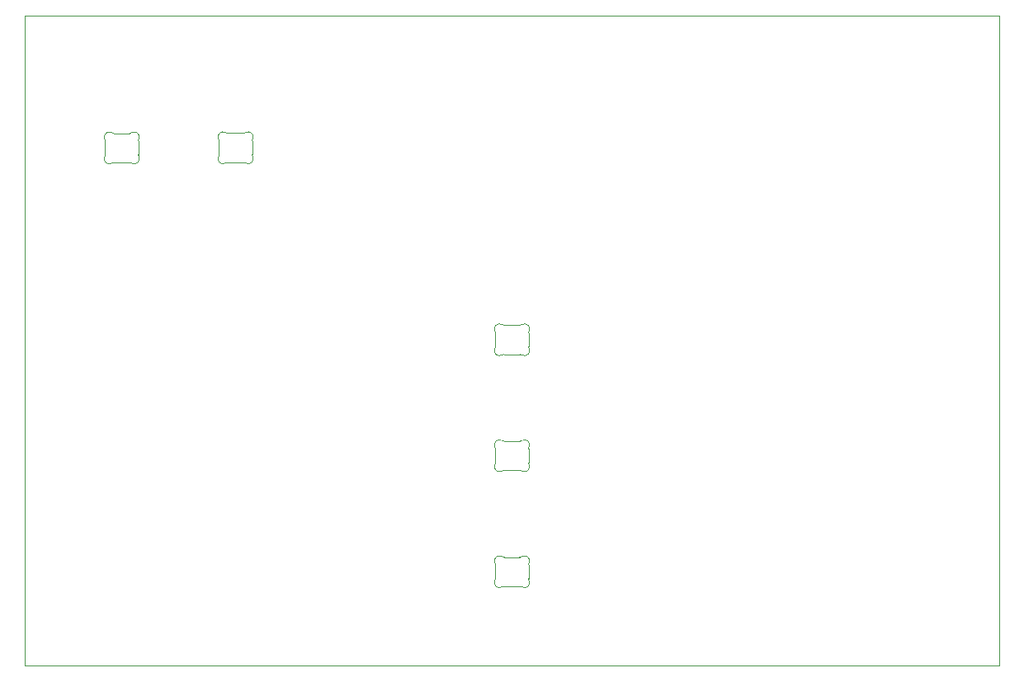
<source format=gbr>
%TF.GenerationSoftware,KiCad,Pcbnew,9.0.7*%
%TF.CreationDate,2026-02-18T12:12:19+05:30*%
%TF.ProjectId,RenPad,52656e50-6164-42e6-9b69-6361645f7063,rev?*%
%TF.SameCoordinates,Original*%
%TF.FileFunction,Profile,NP*%
%FSLAX46Y46*%
G04 Gerber Fmt 4.6, Leading zero omitted, Abs format (unit mm)*
G04 Created by KiCad (PCBNEW 9.0.7) date 2026-02-18 12:12:19*
%MOMM*%
%LPD*%
G01*
G04 APERTURE LIST*
%TA.AperFunction,Profile*%
%ADD10C,0.050000*%
%TD*%
%TA.AperFunction,Profile*%
%ADD11C,0.100000*%
%TD*%
G04 APERTURE END LIST*
D10*
X95250000Y-52387500D02*
X195262500Y-52387500D01*
X195262500Y-119062500D01*
X95250000Y-119062500D01*
X95250000Y-52387500D01*
D11*
%TO.C,D12*%
X103512502Y-66627800D02*
X103512502Y-65222116D01*
X104418049Y-64424959D02*
X106006954Y-64424959D01*
X106006953Y-67424958D02*
X104418049Y-67424958D01*
X106912500Y-65222116D02*
X106912500Y-66627800D01*
X103463017Y-65005238D02*
G75*
G02*
X103512502Y-65222116I-450505J-216876D01*
G01*
X103463017Y-65005238D02*
G75*
G02*
X104165790Y-64356659I450515J216878D01*
G01*
X103512502Y-66627801D02*
G75*
G02*
X103463017Y-66844678I-499990J-1D01*
G01*
X104165790Y-67493255D02*
G75*
G02*
X103463017Y-66844678I-252258J431700D01*
G01*
X104165791Y-67493257D02*
G75*
G02*
X104418049Y-67424958I252261J-431710D01*
G01*
X104418048Y-64424958D02*
G75*
G02*
X104165790Y-64356659I3J500009D01*
G01*
X106006953Y-67424958D02*
G75*
G02*
X106259212Y-67493257I-3J-500012D01*
G01*
X106259212Y-64356660D02*
G75*
G02*
X106006954Y-64424960I-252262J431710D01*
G01*
X106259212Y-64356660D02*
G75*
G02*
X106961984Y-65005238I252258J-431700D01*
G01*
X106912500Y-65222115D02*
G75*
G02*
X106961979Y-65005235I500000J15D01*
G01*
X106961985Y-66844677D02*
G75*
G02*
X106259212Y-67493257I-450514J-216880D01*
G01*
X106961985Y-66844678D02*
G75*
G02*
X106912500Y-66627800I450515J216878D01*
G01*
%TO.C,D9*%
X143556302Y-86325000D02*
X143556302Y-84919316D01*
X144461849Y-84122159D02*
X146050754Y-84122159D01*
X146050753Y-87122158D02*
X144461849Y-87122158D01*
X146956300Y-84919316D02*
X146956300Y-86325000D01*
X143506817Y-84702438D02*
G75*
G02*
X143556302Y-84919316I-450505J-216876D01*
G01*
X143506817Y-84702438D02*
G75*
G02*
X144209590Y-84053859I450515J216878D01*
G01*
X143556302Y-86325001D02*
G75*
G02*
X143506817Y-86541878I-499990J-1D01*
G01*
X144209590Y-87190455D02*
G75*
G02*
X143506817Y-86541878I-252258J431700D01*
G01*
X144209591Y-87190457D02*
G75*
G02*
X144461849Y-87122158I252261J-431710D01*
G01*
X144461848Y-84122158D02*
G75*
G02*
X144209590Y-84053859I3J500009D01*
G01*
X146050753Y-87122158D02*
G75*
G02*
X146303012Y-87190457I-3J-500012D01*
G01*
X146303012Y-84053860D02*
G75*
G02*
X146050754Y-84122160I-252262J431710D01*
G01*
X146303012Y-84053860D02*
G75*
G02*
X147005784Y-84702438I252258J-431700D01*
G01*
X146956300Y-84919315D02*
G75*
G02*
X147005779Y-84702435I500000J15D01*
G01*
X147005785Y-86541877D02*
G75*
G02*
X146303012Y-87190457I-450514J-216880D01*
G01*
X147005785Y-86541878D02*
G75*
G02*
X146956300Y-86325000I450515J216878D01*
G01*
%TO.C,D10*%
X143556302Y-98231200D02*
X143556302Y-96825516D01*
X144461849Y-96028359D02*
X146050754Y-96028359D01*
X146050753Y-99028358D02*
X144461849Y-99028358D01*
X146956300Y-96825516D02*
X146956300Y-98231200D01*
X143506817Y-96608638D02*
G75*
G02*
X143556302Y-96825516I-450505J-216876D01*
G01*
X143506817Y-96608638D02*
G75*
G02*
X144209590Y-95960059I450515J216878D01*
G01*
X143556302Y-98231201D02*
G75*
G02*
X143506817Y-98448078I-499990J-1D01*
G01*
X144209590Y-99096655D02*
G75*
G02*
X143506817Y-98448078I-252258J431700D01*
G01*
X144209591Y-99096657D02*
G75*
G02*
X144461849Y-99028358I252261J-431710D01*
G01*
X144461848Y-96028358D02*
G75*
G02*
X144209590Y-95960059I3J500009D01*
G01*
X146050753Y-99028358D02*
G75*
G02*
X146303012Y-99096657I-3J-500012D01*
G01*
X146303012Y-95960060D02*
G75*
G02*
X146050754Y-96028360I-252262J431710D01*
G01*
X146303012Y-95960060D02*
G75*
G02*
X147005784Y-96608638I252258J-431700D01*
G01*
X146956300Y-96825515D02*
G75*
G02*
X147005779Y-96608635I500000J15D01*
G01*
X147005785Y-98448077D02*
G75*
G02*
X146303012Y-99096657I-450514J-216880D01*
G01*
X147005785Y-98448078D02*
G75*
G02*
X146956300Y-98231200I450515J216878D01*
G01*
%TO.C,D13*%
X115200002Y-66610500D02*
X115200002Y-65204816D01*
X116105549Y-64407659D02*
X117694454Y-64407659D01*
X117694453Y-67407658D02*
X116105549Y-67407658D01*
X118600000Y-65204816D02*
X118600000Y-66610500D01*
X115150517Y-64987938D02*
G75*
G02*
X115200002Y-65204816I-450505J-216876D01*
G01*
X115150517Y-64987938D02*
G75*
G02*
X115853290Y-64339359I450515J216878D01*
G01*
X115200002Y-66610501D02*
G75*
G02*
X115150517Y-66827378I-499990J-1D01*
G01*
X115853290Y-67475955D02*
G75*
G02*
X115150517Y-66827378I-252258J431700D01*
G01*
X115853291Y-67475957D02*
G75*
G02*
X116105549Y-67407658I252261J-431710D01*
G01*
X116105548Y-64407658D02*
G75*
G02*
X115853290Y-64339359I3J500009D01*
G01*
X117694453Y-67407658D02*
G75*
G02*
X117946712Y-67475957I-3J-500012D01*
G01*
X117946712Y-64339360D02*
G75*
G02*
X117694454Y-64407660I-252262J431710D01*
G01*
X117946712Y-64339360D02*
G75*
G02*
X118649484Y-64987938I252258J-431700D01*
G01*
X118600000Y-65204815D02*
G75*
G02*
X118649479Y-64987935I500000J15D01*
G01*
X118649485Y-66827377D02*
G75*
G02*
X117946712Y-67475957I-450514J-216880D01*
G01*
X118649485Y-66827378D02*
G75*
G02*
X118600000Y-66610500I450515J216878D01*
G01*
%TO.C,D11*%
X143556302Y-110137500D02*
X143556302Y-108731816D01*
X144461849Y-107934659D02*
X146050754Y-107934659D01*
X146050753Y-110934658D02*
X144461849Y-110934658D01*
X146956300Y-108731816D02*
X146956300Y-110137500D01*
X143506817Y-108514938D02*
G75*
G02*
X143556302Y-108731816I-450505J-216876D01*
G01*
X143506817Y-108514938D02*
G75*
G02*
X144209590Y-107866359I450515J216878D01*
G01*
X143556302Y-110137501D02*
G75*
G02*
X143506817Y-110354378I-499990J-1D01*
G01*
X144209590Y-111002955D02*
G75*
G02*
X143506817Y-110354378I-252258J431700D01*
G01*
X144209591Y-111002957D02*
G75*
G02*
X144461849Y-110934658I252261J-431710D01*
G01*
X144461848Y-107934658D02*
G75*
G02*
X144209590Y-107866359I3J500009D01*
G01*
X146050753Y-110934658D02*
G75*
G02*
X146303012Y-111002957I-3J-500012D01*
G01*
X146303012Y-107866360D02*
G75*
G02*
X146050754Y-107934660I-252262J431710D01*
G01*
X146303012Y-107866360D02*
G75*
G02*
X147005784Y-108514938I252258J-431700D01*
G01*
X146956300Y-108731815D02*
G75*
G02*
X147005779Y-108514935I500000J15D01*
G01*
X147005785Y-110354377D02*
G75*
G02*
X146303012Y-111002957I-450514J-216880D01*
G01*
X147005785Y-110354378D02*
G75*
G02*
X146956300Y-110137500I450515J216878D01*
G01*
%TD*%
M02*

</source>
